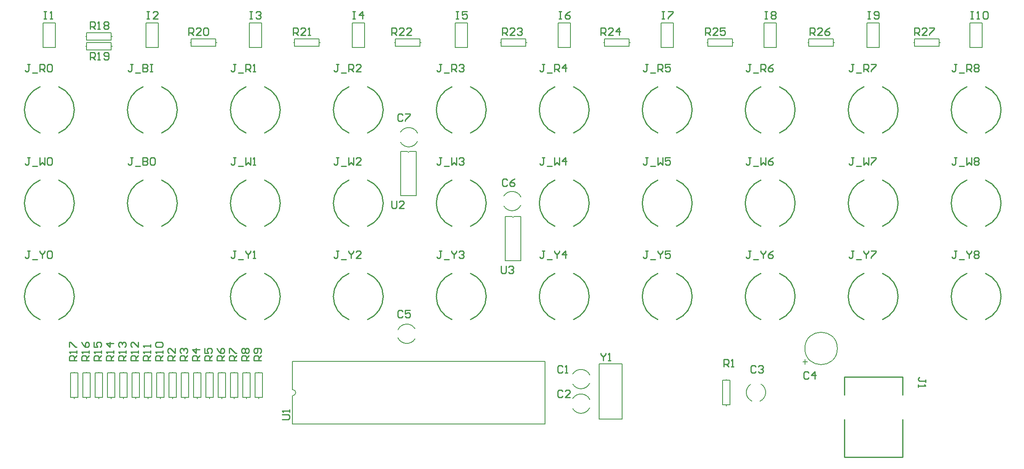
<source format=gto>
%FSLAX23Y23*%
%MOIN*%
G70*
G01*
G75*
%ADD10R,0.059X0.012*%
%ADD11O,0.059X0.012*%
%ADD12C,0.010*%
%ADD13C,0.250*%
%ADD14C,0.110*%
%ADD15C,0.130*%
%ADD16C,0.055*%
%ADD17R,0.059X0.059*%
%ADD18C,0.059*%
%ADD19R,0.053X0.053*%
%ADD20C,0.053*%
%ADD21C,0.047*%
%ADD22R,0.047X0.047*%
%ADD23R,0.059X0.059*%
%ADD24C,0.059*%
%ADD25C,0.065*%
%ADD26C,0.180*%
%ADD27C,0.050*%
%ADD28C,0.008*%
%ADD29C,0.006*%
D12*
X9226Y3655D02*
G03*
X9226Y4031I-76J188D01*
G01*
X9074D02*
G03*
X9074Y3655I76J-188D01*
G01*
X9226Y2135D02*
G03*
X9226Y2511I-76J188D01*
G01*
X9074D02*
G03*
X9074Y2135I76J-188D01*
G01*
X8389Y3655D02*
G03*
X8389Y4031I-76J188D01*
G01*
X8237D02*
G03*
X8237Y3655I76J-188D01*
G01*
X8389Y2135D02*
G03*
X8389Y2511I-76J188D01*
G01*
X8237D02*
G03*
X8237Y2135I76J-188D01*
G01*
X7552Y3655D02*
G03*
X7552Y4031I-76J188D01*
G01*
X7400D02*
G03*
X7400Y3655I76J-188D01*
G01*
X7552Y2135D02*
G03*
X7552Y2511I-76J188D01*
G01*
X7400D02*
G03*
X7400Y2135I76J-188D01*
G01*
X6715Y3655D02*
G03*
X6715Y4031I-76J188D01*
G01*
X6563D02*
G03*
X6563Y3655I76J-188D01*
G01*
X6715Y2135D02*
G03*
X6715Y2511I-76J188D01*
G01*
X6563D02*
G03*
X6563Y2135I76J-188D01*
G01*
X5878Y3655D02*
G03*
X5878Y4031I-76J188D01*
G01*
X5726D02*
G03*
X5726Y3655I76J-188D01*
G01*
X5878Y2135D02*
G03*
X5878Y2511I-76J188D01*
G01*
X5726D02*
G03*
X5726Y2135I76J-188D01*
G01*
X5041Y3655D02*
G03*
X5041Y4031I-76J188D01*
G01*
X4889D02*
G03*
X4889Y3655I76J-188D01*
G01*
X5041Y2135D02*
G03*
X5041Y2511I-76J188D01*
G01*
X4889D02*
G03*
X4889Y2135I76J-188D01*
G01*
X4204Y3655D02*
G03*
X4204Y4031I-76J188D01*
G01*
X4052D02*
G03*
X4052Y3655I76J-188D01*
G01*
X4204Y2135D02*
G03*
X4204Y2511I-76J188D01*
G01*
X4052D02*
G03*
X4052Y2135I76J-188D01*
G01*
X3367Y3655D02*
G03*
X3367Y4031I-76J188D01*
G01*
X3215D02*
G03*
X3215Y3655I76J-188D01*
G01*
X1693D02*
G03*
X1693Y4031I-76J188D01*
G01*
X1541D02*
G03*
X1541Y3655I76J-188D01*
G01*
X3367Y2135D02*
G03*
X3367Y2511I-76J188D01*
G01*
X3215D02*
G03*
X3215Y2135I76J-188D01*
G01*
X5878Y2895D02*
G03*
X5878Y3271I-76J188D01*
G01*
X5726D02*
G03*
X5726Y2895I76J-188D01*
G01*
X9226D02*
G03*
X9226Y3271I-76J188D01*
G01*
X9074D02*
G03*
X9074Y2895I76J-188D01*
G01*
X5041D02*
G03*
X5041Y3271I-76J188D01*
G01*
X4889D02*
G03*
X4889Y2895I76J-188D01*
G01*
X8389D02*
G03*
X8389Y3271I-76J188D01*
G01*
X8237D02*
G03*
X8237Y2895I76J-188D01*
G01*
X4204D02*
G03*
X4204Y3271I-76J188D01*
G01*
X4052D02*
G03*
X4052Y2895I76J-188D01*
G01*
X7552D02*
G03*
X7552Y3271I-76J188D01*
G01*
X7400D02*
G03*
X7400Y2895I76J-188D01*
G01*
X3367D02*
G03*
X3367Y3271I-76J188D01*
G01*
X3215D02*
G03*
X3215Y2895I76J-188D01*
G01*
X6715D02*
G03*
X6715Y3271I-76J188D01*
G01*
X6563D02*
G03*
X6563Y2895I76J-188D01*
G01*
X1693D02*
G03*
X1693Y3271I-76J188D01*
G01*
X1541D02*
G03*
X1541Y2895I76J-188D01*
G01*
X1693Y2135D02*
G03*
X1693Y2511I-76J188D01*
G01*
X1541D02*
G03*
X1541Y2135I76J-188D01*
G01*
X2530Y2895D02*
G03*
X2530Y3271I-76J188D01*
G01*
X2378D02*
G03*
X2378Y2895I76J-188D01*
G01*
X2530Y3655D02*
G03*
X2530Y4031I-76J188D01*
G01*
X2378D02*
G03*
X2378Y3655I76J-188D01*
G01*
X8080Y1014D02*
X8554D01*
Y1320D01*
X8080Y1014D02*
Y1320D01*
Y1668D02*
X8554D01*
X8080Y1520D02*
Y1668D01*
X8554Y1520D02*
Y1668D01*
X1950Y4500D02*
Y4560D01*
X1980D01*
X1990Y4550D01*
Y4530D01*
X1980Y4520D01*
X1950D01*
X1970D02*
X1990Y4500D01*
X2010D02*
X2030D01*
X2020D01*
Y4560D01*
X2010Y4550D01*
X2060D02*
X2070Y4560D01*
X2090D01*
X2100Y4550D01*
Y4540D01*
X2090Y4530D01*
X2100Y4520D01*
Y4510D01*
X2090Y4500D01*
X2070D01*
X2060Y4510D01*
Y4520D01*
X2070Y4530D01*
X2060Y4540D01*
Y4550D01*
X2070Y4530D02*
X2090D01*
X1573Y4644D02*
X1593D01*
X1583D01*
Y4584D01*
X1573D01*
X1593D01*
X1623D02*
X1643D01*
X1633D01*
Y4644D01*
X1623Y4634D01*
X1950Y4250D02*
Y4310D01*
X1980D01*
X1990Y4300D01*
Y4280D01*
X1980Y4270D01*
X1950D01*
X1970D02*
X1990Y4250D01*
X2010D02*
X2030D01*
X2020D01*
Y4310D01*
X2010Y4300D01*
X2060Y4260D02*
X2070Y4250D01*
X2090D01*
X2100Y4260D01*
Y4300D01*
X2090Y4310D01*
X2070D01*
X2060Y4300D01*
Y4290D01*
X2070Y4280D01*
X2100D01*
X2410Y4644D02*
X2430D01*
X2420D01*
Y4584D01*
X2410D01*
X2430D01*
X2500D02*
X2460D01*
X2500Y4624D01*
Y4634D01*
X2490Y4644D01*
X2470D01*
X2460Y4634D01*
X2750Y4450D02*
Y4510D01*
X2780D01*
X2790Y4500D01*
Y4480D01*
X2780Y4470D01*
X2750D01*
X2770D02*
X2790Y4450D01*
X2850D02*
X2810D01*
X2850Y4490D01*
Y4500D01*
X2840Y4510D01*
X2820D01*
X2810Y4500D01*
X2870D02*
X2880Y4510D01*
X2900D01*
X2910Y4500D01*
Y4460D01*
X2900Y4450D01*
X2880D01*
X2870Y4460D01*
Y4500D01*
X3247Y4644D02*
X3267D01*
X3257D01*
Y4584D01*
X3247D01*
X3267D01*
X3297Y4634D02*
X3307Y4644D01*
X3327D01*
X3337Y4634D01*
Y4624D01*
X3327Y4614D01*
X3317D01*
X3327D01*
X3337Y4604D01*
Y4594D01*
X3327Y4584D01*
X3307D01*
X3297Y4594D01*
X3600Y4450D02*
Y4510D01*
X3630D01*
X3640Y4500D01*
Y4480D01*
X3630Y4470D01*
X3600D01*
X3620D02*
X3640Y4450D01*
X3700D02*
X3660D01*
X3700Y4490D01*
Y4500D01*
X3690Y4510D01*
X3670D01*
X3660Y4500D01*
X3720Y4450D02*
X3740D01*
X3730D01*
Y4510D01*
X3720Y4500D01*
X4084Y4644D02*
X4104D01*
X4094D01*
Y4584D01*
X4084D01*
X4104D01*
X4164D02*
Y4644D01*
X4134Y4614D01*
X4174D01*
X4400Y4450D02*
Y4510D01*
X4430D01*
X4440Y4500D01*
Y4480D01*
X4430Y4470D01*
X4400D01*
X4420D02*
X4440Y4450D01*
X4500D02*
X4460D01*
X4500Y4490D01*
Y4500D01*
X4490Y4510D01*
X4470D01*
X4460Y4500D01*
X4560Y4450D02*
X4520D01*
X4560Y4490D01*
Y4500D01*
X4550Y4510D01*
X4530D01*
X4520Y4500D01*
X4921Y4644D02*
X4941D01*
X4931D01*
Y4584D01*
X4921D01*
X4941D01*
X5011Y4644D02*
X4971D01*
Y4614D01*
X4991Y4624D01*
X5001D01*
X5011Y4614D01*
Y4594D01*
X5001Y4584D01*
X4981D01*
X4971Y4594D01*
X5300Y4450D02*
Y4510D01*
X5330D01*
X5340Y4500D01*
Y4480D01*
X5330Y4470D01*
X5300D01*
X5320D02*
X5340Y4450D01*
X5400D02*
X5360D01*
X5400Y4490D01*
Y4500D01*
X5390Y4510D01*
X5370D01*
X5360Y4500D01*
X5420D02*
X5430Y4510D01*
X5450D01*
X5460Y4500D01*
Y4490D01*
X5450Y4480D01*
X5440D01*
X5450D01*
X5460Y4470D01*
Y4460D01*
X5450Y4450D01*
X5430D01*
X5420Y4460D01*
X5758Y4644D02*
X5778D01*
X5768D01*
Y4584D01*
X5758D01*
X5778D01*
X5848Y4644D02*
X5828Y4634D01*
X5808Y4614D01*
Y4594D01*
X5818Y4584D01*
X5838D01*
X5848Y4594D01*
Y4604D01*
X5838Y4614D01*
X5808D01*
X6100Y4450D02*
Y4510D01*
X6130D01*
X6140Y4500D01*
Y4480D01*
X6130Y4470D01*
X6100D01*
X6120D02*
X6140Y4450D01*
X6200D02*
X6160D01*
X6200Y4490D01*
Y4500D01*
X6190Y4510D01*
X6170D01*
X6160Y4500D01*
X6250Y4450D02*
Y4510D01*
X6220Y4480D01*
X6260D01*
X6595Y4644D02*
X6615D01*
X6605D01*
Y4584D01*
X6595D01*
X6615D01*
X6645Y4644D02*
X6685D01*
Y4634D01*
X6645Y4594D01*
Y4584D01*
X6950Y4450D02*
Y4510D01*
X6980D01*
X6990Y4500D01*
Y4480D01*
X6980Y4470D01*
X6950D01*
X6970D02*
X6990Y4450D01*
X7050D02*
X7010D01*
X7050Y4490D01*
Y4500D01*
X7040Y4510D01*
X7020D01*
X7010Y4500D01*
X7110Y4510D02*
X7070D01*
Y4480D01*
X7090Y4490D01*
X7100D01*
X7110Y4480D01*
Y4460D01*
X7100Y4450D01*
X7080D01*
X7070Y4460D01*
X7432Y4644D02*
X7452D01*
X7442D01*
Y4584D01*
X7432D01*
X7452D01*
X7482Y4634D02*
X7492Y4644D01*
X7512D01*
X7522Y4634D01*
Y4624D01*
X7512Y4614D01*
X7522Y4604D01*
Y4594D01*
X7512Y4584D01*
X7492D01*
X7482Y4594D01*
Y4604D01*
X7492Y4614D01*
X7482Y4624D01*
Y4634D01*
X7492Y4614D02*
X7512D01*
X7800Y4450D02*
Y4510D01*
X7830D01*
X7840Y4500D01*
Y4480D01*
X7830Y4470D01*
X7800D01*
X7820D02*
X7840Y4450D01*
X7900D02*
X7860D01*
X7900Y4490D01*
Y4500D01*
X7890Y4510D01*
X7870D01*
X7860Y4500D01*
X7960Y4510D02*
X7940Y4500D01*
X7920Y4480D01*
Y4460D01*
X7930Y4450D01*
X7950D01*
X7960Y4460D01*
Y4470D01*
X7950Y4480D01*
X7920D01*
X8269Y4644D02*
X8289D01*
X8279D01*
Y4584D01*
X8269D01*
X8289D01*
X8319Y4594D02*
X8329Y4584D01*
X8349D01*
X8359Y4594D01*
Y4634D01*
X8349Y4644D01*
X8329D01*
X8319Y4634D01*
Y4624D01*
X8329Y4614D01*
X8359D01*
X8650Y4450D02*
Y4510D01*
X8680D01*
X8690Y4500D01*
Y4480D01*
X8680Y4470D01*
X8650D01*
X8670D02*
X8690Y4450D01*
X8750D02*
X8710D01*
X8750Y4490D01*
Y4500D01*
X8740Y4510D01*
X8720D01*
X8710Y4500D01*
X8770Y4510D02*
X8810D01*
Y4500D01*
X8770Y4460D01*
Y4450D01*
X9106Y4644D02*
X9126D01*
X9116D01*
Y4584D01*
X9106D01*
X9126D01*
X9156D02*
X9176D01*
X9166D01*
Y4644D01*
X9156Y4634D01*
X9206D02*
X9216Y4644D01*
X9236D01*
X9246Y4634D01*
Y4594D01*
X9236Y4584D01*
X9216D01*
X9206Y4594D01*
Y4634D01*
X5790Y1750D02*
X5780Y1760D01*
X5760D01*
X5750Y1750D01*
Y1710D01*
X5760Y1700D01*
X5780D01*
X5790Y1710D01*
X5810Y1700D02*
X5830D01*
X5820D01*
Y1760D01*
X5810Y1750D01*
X6100Y1860D02*
Y1850D01*
X6120Y1830D01*
X6140Y1850D01*
Y1860D01*
X6120Y1830D02*
Y1800D01*
X6160D02*
X6180D01*
X6170D01*
Y1860D01*
X6160Y1850D01*
X5790Y1550D02*
X5780Y1560D01*
X5760D01*
X5750Y1550D01*
Y1510D01*
X5760Y1500D01*
X5780D01*
X5790Y1510D01*
X5850Y1500D02*
X5810D01*
X5850Y1540D01*
Y1550D01*
X5840Y1560D01*
X5820D01*
X5810Y1550D01*
X7100Y1750D02*
Y1810D01*
X7130D01*
X7140Y1800D01*
Y1780D01*
X7130Y1770D01*
X7100D01*
X7120D02*
X7140Y1750D01*
X7160D02*
X7180D01*
X7170D01*
Y1810D01*
X7160Y1800D01*
X7360Y1750D02*
X7350Y1760D01*
X7330D01*
X7320Y1750D01*
Y1710D01*
X7330Y1700D01*
X7350D01*
X7360Y1710D01*
X7380Y1750D02*
X7390Y1760D01*
X7410D01*
X7420Y1750D01*
Y1740D01*
X7410Y1730D01*
X7400D01*
X7410D01*
X7420Y1720D01*
Y1710D01*
X7410Y1700D01*
X7390D01*
X7380Y1710D01*
X7790Y1700D02*
X7780Y1710D01*
X7760D01*
X7750Y1700D01*
Y1660D01*
X7760Y1650D01*
X7780D01*
X7790Y1660D01*
X7840Y1650D02*
Y1710D01*
X7810Y1680D01*
X7850D01*
X4490Y3800D02*
X4480Y3810D01*
X4460D01*
X4450Y3800D01*
Y3760D01*
X4460Y3750D01*
X4480D01*
X4490Y3760D01*
X4510Y3810D02*
X4550D01*
Y3800D01*
X4510Y3760D01*
Y3750D01*
X5340Y3270D02*
X5330Y3280D01*
X5310D01*
X5300Y3270D01*
Y3230D01*
X5310Y3220D01*
X5330D01*
X5340Y3230D01*
X5400Y3280D02*
X5380Y3270D01*
X5360Y3250D01*
Y3230D01*
X5370Y3220D01*
X5390D01*
X5400Y3230D01*
Y3240D01*
X5390Y3250D01*
X5360D01*
X4490Y2200D02*
X4480Y2210D01*
X4460D01*
X4450Y2200D01*
Y2160D01*
X4460Y2150D01*
X4480D01*
X4490Y2160D01*
X4550Y2210D02*
X4510D01*
Y2180D01*
X4530Y2190D01*
X4540D01*
X4550Y2180D01*
Y2160D01*
X4540Y2150D01*
X4520D01*
X4510Y2160D01*
X3510Y1320D02*
X3560D01*
X3570Y1330D01*
Y1350D01*
X3560Y1360D01*
X3510D01*
X3570Y1380D02*
Y1400D01*
Y1390D01*
X3510D01*
X3520Y1380D01*
X8738Y1623D02*
Y1643D01*
Y1633D01*
X8688D01*
X8678Y1643D01*
Y1653D01*
X8688Y1663D01*
X8678Y1603D02*
Y1583D01*
Y1593D01*
X8738D01*
X8728Y1603D01*
X3133Y4215D02*
X3113D01*
X3123D01*
Y4165D01*
X3113Y4155D01*
X3103D01*
X3093Y4165D01*
X3153Y4145D02*
X3193D01*
X3213Y4155D02*
Y4215D01*
X3243D01*
X3253Y4205D01*
Y4185D01*
X3243Y4175D01*
X3213D01*
X3233D02*
X3253Y4155D01*
X3273D02*
X3293D01*
X3283D01*
Y4215D01*
X3273Y4205D01*
X3970Y4215D02*
X3950D01*
X3960D01*
Y4165D01*
X3950Y4155D01*
X3940D01*
X3930Y4165D01*
X3990Y4145D02*
X4030D01*
X4050Y4155D02*
Y4215D01*
X4080D01*
X4090Y4205D01*
Y4185D01*
X4080Y4175D01*
X4050D01*
X4070D02*
X4090Y4155D01*
X4150D02*
X4110D01*
X4150Y4195D01*
Y4205D01*
X4140Y4215D01*
X4120D01*
X4110Y4205D01*
X4807Y4215D02*
X4787D01*
X4797D01*
Y4165D01*
X4787Y4155D01*
X4777D01*
X4767Y4165D01*
X4827Y4145D02*
X4867D01*
X4887Y4155D02*
Y4215D01*
X4917D01*
X4927Y4205D01*
Y4185D01*
X4917Y4175D01*
X4887D01*
X4907D02*
X4927Y4155D01*
X4947Y4205D02*
X4957Y4215D01*
X4977D01*
X4987Y4205D01*
Y4195D01*
X4977Y4185D01*
X4967D01*
X4977D01*
X4987Y4175D01*
Y4165D01*
X4977Y4155D01*
X4957D01*
X4947Y4165D01*
X5644Y4215D02*
X5624D01*
X5634D01*
Y4165D01*
X5624Y4155D01*
X5614D01*
X5604Y4165D01*
X5664Y4145D02*
X5704D01*
X5724Y4155D02*
Y4215D01*
X5754D01*
X5764Y4205D01*
Y4185D01*
X5754Y4175D01*
X5724D01*
X5744D02*
X5764Y4155D01*
X5814D02*
Y4215D01*
X5784Y4185D01*
X5824D01*
X6481Y4215D02*
X6461D01*
X6471D01*
Y4165D01*
X6461Y4155D01*
X6451D01*
X6441Y4165D01*
X6501Y4145D02*
X6541D01*
X6561Y4155D02*
Y4215D01*
X6591D01*
X6601Y4205D01*
Y4185D01*
X6591Y4175D01*
X6561D01*
X6581D02*
X6601Y4155D01*
X6661Y4215D02*
X6621D01*
Y4185D01*
X6641Y4195D01*
X6651D01*
X6661Y4185D01*
Y4165D01*
X6651Y4155D01*
X6631D01*
X6621Y4165D01*
X7318Y4215D02*
X7298D01*
X7308D01*
Y4165D01*
X7298Y4155D01*
X7288D01*
X7278Y4165D01*
X7338Y4145D02*
X7378D01*
X7398Y4155D02*
Y4215D01*
X7428D01*
X7438Y4205D01*
Y4185D01*
X7428Y4175D01*
X7398D01*
X7418D02*
X7438Y4155D01*
X7498Y4215D02*
X7478Y4205D01*
X7458Y4185D01*
Y4165D01*
X7468Y4155D01*
X7488D01*
X7498Y4165D01*
Y4175D01*
X7488Y4185D01*
X7458D01*
X8155Y4215D02*
X8135D01*
X8145D01*
Y4165D01*
X8135Y4155D01*
X8125D01*
X8115Y4165D01*
X8175Y4145D02*
X8215D01*
X8235Y4155D02*
Y4215D01*
X8265D01*
X8275Y4205D01*
Y4185D01*
X8265Y4175D01*
X8235D01*
X8255D02*
X8275Y4155D01*
X8295Y4215D02*
X8335D01*
Y4205D01*
X8295Y4165D01*
Y4155D01*
X8992Y4215D02*
X8972D01*
X8982D01*
Y4165D01*
X8972Y4155D01*
X8962D01*
X8952Y4165D01*
X9012Y4145D02*
X9052D01*
X9072Y4155D02*
Y4215D01*
X9102D01*
X9112Y4205D01*
Y4185D01*
X9102Y4175D01*
X9072D01*
X9092D02*
X9112Y4155D01*
X9132Y4205D02*
X9142Y4215D01*
X9162D01*
X9172Y4205D01*
Y4195D01*
X9162Y4185D01*
X9172Y4175D01*
Y4165D01*
X9162Y4155D01*
X9142D01*
X9132Y4165D01*
Y4175D01*
X9142Y4185D01*
X9132Y4195D01*
Y4205D01*
X9142Y4185D02*
X9162D01*
X3133Y2695D02*
X3113D01*
X3123D01*
Y2645D01*
X3113Y2635D01*
X3103D01*
X3093Y2645D01*
X3153Y2625D02*
X3193D01*
X3213Y2695D02*
Y2685D01*
X3233Y2665D01*
X3253Y2685D01*
Y2695D01*
X3233Y2665D02*
Y2635D01*
X3273D02*
X3293D01*
X3283D01*
Y2695D01*
X3273Y2685D01*
X3970Y2695D02*
X3950D01*
X3960D01*
Y2645D01*
X3950Y2635D01*
X3940D01*
X3930Y2645D01*
X3990Y2625D02*
X4030D01*
X4050Y2695D02*
Y2685D01*
X4070Y2665D01*
X4090Y2685D01*
Y2695D01*
X4070Y2665D02*
Y2635D01*
X4150D02*
X4110D01*
X4150Y2675D01*
Y2685D01*
X4140Y2695D01*
X4120D01*
X4110Y2685D01*
X4807Y2695D02*
X4787D01*
X4797D01*
Y2645D01*
X4787Y2635D01*
X4777D01*
X4767Y2645D01*
X4827Y2625D02*
X4867D01*
X4887Y2695D02*
Y2685D01*
X4907Y2665D01*
X4927Y2685D01*
Y2695D01*
X4907Y2665D02*
Y2635D01*
X4947Y2685D02*
X4957Y2695D01*
X4977D01*
X4987Y2685D01*
Y2675D01*
X4977Y2665D01*
X4967D01*
X4977D01*
X4987Y2655D01*
Y2645D01*
X4977Y2635D01*
X4957D01*
X4947Y2645D01*
X5644Y2695D02*
X5624D01*
X5634D01*
Y2645D01*
X5624Y2635D01*
X5614D01*
X5604Y2645D01*
X5664Y2625D02*
X5704D01*
X5724Y2695D02*
Y2685D01*
X5744Y2665D01*
X5764Y2685D01*
Y2695D01*
X5744Y2665D02*
Y2635D01*
X5814D02*
Y2695D01*
X5784Y2665D01*
X5824D01*
X6481Y2695D02*
X6461D01*
X6471D01*
Y2645D01*
X6461Y2635D01*
X6451D01*
X6441Y2645D01*
X6501Y2625D02*
X6541D01*
X6561Y2695D02*
Y2685D01*
X6581Y2665D01*
X6601Y2685D01*
Y2695D01*
X6581Y2665D02*
Y2635D01*
X6661Y2695D02*
X6621D01*
Y2665D01*
X6641Y2675D01*
X6651D01*
X6661Y2665D01*
Y2645D01*
X6651Y2635D01*
X6631D01*
X6621Y2645D01*
X7318Y2695D02*
X7298D01*
X7308D01*
Y2645D01*
X7298Y2635D01*
X7288D01*
X7278Y2645D01*
X7338Y2625D02*
X7378D01*
X7398Y2695D02*
Y2685D01*
X7418Y2665D01*
X7438Y2685D01*
Y2695D01*
X7418Y2665D02*
Y2635D01*
X7498Y2695D02*
X7478Y2685D01*
X7458Y2665D01*
Y2645D01*
X7468Y2635D01*
X7488D01*
X7498Y2645D01*
Y2655D01*
X7488Y2665D01*
X7458D01*
X8155Y2695D02*
X8135D01*
X8145D01*
Y2645D01*
X8135Y2635D01*
X8125D01*
X8115Y2645D01*
X8175Y2625D02*
X8215D01*
X8235Y2695D02*
Y2685D01*
X8255Y2665D01*
X8275Y2685D01*
Y2695D01*
X8255Y2665D02*
Y2635D01*
X8295Y2695D02*
X8335D01*
Y2685D01*
X8295Y2645D01*
Y2635D01*
X8992Y2695D02*
X8972D01*
X8982D01*
Y2645D01*
X8972Y2635D01*
X8962D01*
X8952Y2645D01*
X9012Y2625D02*
X9052D01*
X9072Y2695D02*
Y2685D01*
X9092Y2665D01*
X9112Y2685D01*
Y2695D01*
X9092Y2665D02*
Y2635D01*
X9132Y2685D02*
X9142Y2695D01*
X9162D01*
X9172Y2685D01*
Y2675D01*
X9162Y2665D01*
X9172Y2655D01*
Y2645D01*
X9162Y2635D01*
X9142D01*
X9132Y2645D01*
Y2655D01*
X9142Y2665D01*
X9132Y2675D01*
Y2685D01*
X9142Y2665D02*
X9162D01*
X1459Y4215D02*
X1439D01*
X1449D01*
Y4165D01*
X1439Y4155D01*
X1429D01*
X1419Y4165D01*
X1479Y4145D02*
X1519D01*
X1539Y4155D02*
Y4215D01*
X1569D01*
X1579Y4205D01*
Y4185D01*
X1569Y4175D01*
X1539D01*
X1559D02*
X1579Y4155D01*
X1629Y4215D02*
X1609D01*
X1599Y4205D01*
Y4165D01*
X1609Y4155D01*
X1629D01*
X1639Y4165D01*
Y4205D01*
X1629Y4215D01*
X4400Y3100D02*
Y3050D01*
X4410Y3040D01*
X4430D01*
X4440Y3050D01*
Y3100D01*
X4500Y3040D02*
X4460D01*
X4500Y3080D01*
Y3090D01*
X4490Y3100D01*
X4470D01*
X4460Y3090D01*
X5290Y2570D02*
Y2520D01*
X5300Y2510D01*
X5320D01*
X5330Y2520D01*
Y2570D01*
X5350Y2560D02*
X5360Y2570D01*
X5380D01*
X5390Y2560D01*
Y2550D01*
X5380Y2540D01*
X5370D01*
X5380D01*
X5390Y2530D01*
Y2520D01*
X5380Y2510D01*
X5360D01*
X5350Y2520D01*
X3133Y3455D02*
X3113D01*
X3123D01*
Y3405D01*
X3113Y3395D01*
X3103D01*
X3093Y3405D01*
X3153Y3385D02*
X3193D01*
X3213Y3455D02*
Y3395D01*
X3233Y3415D01*
X3253Y3395D01*
Y3455D01*
X3273Y3395D02*
X3293D01*
X3283D01*
Y3455D01*
X3273Y3445D01*
X3970Y3455D02*
X3950D01*
X3960D01*
Y3405D01*
X3950Y3395D01*
X3940D01*
X3930Y3405D01*
X3990Y3385D02*
X4030D01*
X4050Y3455D02*
Y3395D01*
X4070Y3415D01*
X4090Y3395D01*
Y3455D01*
X4150Y3395D02*
X4110D01*
X4150Y3435D01*
Y3445D01*
X4140Y3455D01*
X4120D01*
X4110Y3445D01*
X4807Y3455D02*
X4787D01*
X4797D01*
Y3405D01*
X4787Y3395D01*
X4777D01*
X4767Y3405D01*
X4827Y3385D02*
X4867D01*
X4887Y3455D02*
Y3395D01*
X4907Y3415D01*
X4927Y3395D01*
Y3455D01*
X4947Y3445D02*
X4957Y3455D01*
X4977D01*
X4987Y3445D01*
Y3435D01*
X4977Y3425D01*
X4967D01*
X4977D01*
X4987Y3415D01*
Y3405D01*
X4977Y3395D01*
X4957D01*
X4947Y3405D01*
X5644Y3455D02*
X5624D01*
X5634D01*
Y3405D01*
X5624Y3395D01*
X5614D01*
X5604Y3405D01*
X5664Y3385D02*
X5704D01*
X5724Y3455D02*
Y3395D01*
X5744Y3415D01*
X5764Y3395D01*
Y3455D01*
X5814Y3395D02*
Y3455D01*
X5784Y3425D01*
X5824D01*
X6481Y3455D02*
X6461D01*
X6471D01*
Y3405D01*
X6461Y3395D01*
X6451D01*
X6441Y3405D01*
X6501Y3385D02*
X6541D01*
X6561Y3455D02*
Y3395D01*
X6581Y3415D01*
X6601Y3395D01*
Y3455D01*
X6661D02*
X6621D01*
Y3425D01*
X6641Y3435D01*
X6651D01*
X6661Y3425D01*
Y3405D01*
X6651Y3395D01*
X6631D01*
X6621Y3405D01*
X7318Y3455D02*
X7298D01*
X7308D01*
Y3405D01*
X7298Y3395D01*
X7288D01*
X7278Y3405D01*
X7338Y3385D02*
X7378D01*
X7398Y3455D02*
Y3395D01*
X7418Y3415D01*
X7438Y3395D01*
Y3455D01*
X7498D02*
X7478Y3445D01*
X7458Y3425D01*
Y3405D01*
X7468Y3395D01*
X7488D01*
X7498Y3405D01*
Y3415D01*
X7488Y3425D01*
X7458D01*
X8155Y3455D02*
X8135D01*
X8145D01*
Y3405D01*
X8135Y3395D01*
X8125D01*
X8115Y3405D01*
X8175Y3385D02*
X8215D01*
X8235Y3455D02*
Y3395D01*
X8255Y3415D01*
X8275Y3395D01*
Y3455D01*
X8295D02*
X8335D01*
Y3445D01*
X8295Y3405D01*
Y3395D01*
X8992Y3455D02*
X8972D01*
X8982D01*
Y3405D01*
X8972Y3395D01*
X8962D01*
X8952Y3405D01*
X9012Y3385D02*
X9052D01*
X9072Y3455D02*
Y3395D01*
X9092Y3415D01*
X9112Y3395D01*
Y3455D01*
X9132Y3445D02*
X9142Y3455D01*
X9162D01*
X9172Y3445D01*
Y3435D01*
X9162Y3425D01*
X9172Y3415D01*
Y3405D01*
X9162Y3395D01*
X9142D01*
X9132Y3405D01*
Y3415D01*
X9142Y3425D01*
X9132Y3435D01*
Y3445D01*
X9142Y3425D02*
X9162D01*
X1459Y3455D02*
X1439D01*
X1449D01*
Y3405D01*
X1439Y3395D01*
X1429D01*
X1419Y3405D01*
X1479Y3385D02*
X1519D01*
X1539Y3455D02*
Y3395D01*
X1559Y3415D01*
X1579Y3395D01*
Y3455D01*
X1629D02*
X1609D01*
X1599Y3445D01*
Y3405D01*
X1609Y3395D01*
X1629D01*
X1639Y3405D01*
Y3445D01*
X1629Y3455D01*
X1459Y2695D02*
X1439D01*
X1449D01*
Y2645D01*
X1439Y2635D01*
X1429D01*
X1419Y2645D01*
X1479Y2625D02*
X1519D01*
X1539Y2695D02*
Y2685D01*
X1559Y2665D01*
X1579Y2685D01*
Y2695D01*
X1559Y2665D02*
Y2635D01*
X1629Y2695D02*
X1609D01*
X1599Y2685D01*
Y2645D01*
X1609Y2635D01*
X1629D01*
X1639Y2645D01*
Y2685D01*
X1629Y2695D01*
X2296Y4215D02*
X2276D01*
X2286D01*
Y4165D01*
X2276Y4155D01*
X2266D01*
X2256Y4165D01*
X2316Y4145D02*
X2356D01*
X2376Y4215D02*
Y4155D01*
X2406D01*
X2416Y4165D01*
Y4175D01*
X2406Y4185D01*
X2376D01*
X2406D01*
X2416Y4195D01*
Y4205D01*
X2406Y4215D01*
X2376D01*
X2436D02*
X2456D01*
X2446D01*
Y4155D01*
X2436D01*
X2456D01*
X2296Y3455D02*
X2276D01*
X2286D01*
Y3405D01*
X2276Y3395D01*
X2266D01*
X2256Y3405D01*
X2316Y3385D02*
X2356D01*
X2376Y3455D02*
Y3395D01*
X2406D01*
X2416Y3405D01*
Y3415D01*
X2406Y3425D01*
X2376D01*
X2406D01*
X2416Y3435D01*
Y3445D01*
X2406Y3455D01*
X2376D01*
X2466D02*
X2446D01*
X2436Y3445D01*
Y3405D01*
X2446Y3395D01*
X2466D01*
X2476Y3405D01*
Y3445D01*
X2466Y3455D01*
X2640Y1800D02*
X2580D01*
Y1830D01*
X2590Y1840D01*
X2610D01*
X2620Y1830D01*
Y1800D01*
Y1820D02*
X2640Y1840D01*
Y1900D02*
Y1860D01*
X2600Y1900D01*
X2590D01*
X2580Y1890D01*
Y1870D01*
X2590Y1860D01*
X2740Y1800D02*
X2680D01*
Y1830D01*
X2690Y1840D01*
X2710D01*
X2720Y1830D01*
Y1800D01*
Y1820D02*
X2740Y1840D01*
X2690Y1860D02*
X2680Y1870D01*
Y1890D01*
X2690Y1900D01*
X2700D01*
X2710Y1890D01*
Y1880D01*
Y1890D01*
X2720Y1900D01*
X2730D01*
X2740Y1890D01*
Y1870D01*
X2730Y1860D01*
X2840Y1800D02*
X2780D01*
Y1830D01*
X2790Y1840D01*
X2810D01*
X2820Y1830D01*
Y1800D01*
Y1820D02*
X2840Y1840D01*
Y1890D02*
X2780D01*
X2810Y1860D01*
Y1900D01*
X2940Y1800D02*
X2880D01*
Y1830D01*
X2890Y1840D01*
X2910D01*
X2920Y1830D01*
Y1800D01*
Y1820D02*
X2940Y1840D01*
X2880Y1900D02*
Y1860D01*
X2910D01*
X2900Y1880D01*
Y1890D01*
X2910Y1900D01*
X2930D01*
X2940Y1890D01*
Y1870D01*
X2930Y1860D01*
X3040Y1800D02*
X2980D01*
Y1830D01*
X2990Y1840D01*
X3010D01*
X3020Y1830D01*
Y1800D01*
Y1820D02*
X3040Y1840D01*
X2980Y1900D02*
X2990Y1880D01*
X3010Y1860D01*
X3030D01*
X3040Y1870D01*
Y1890D01*
X3030Y1900D01*
X3020D01*
X3010Y1890D01*
Y1860D01*
X3140Y1800D02*
X3080D01*
Y1830D01*
X3090Y1840D01*
X3110D01*
X3120Y1830D01*
Y1800D01*
Y1820D02*
X3140Y1840D01*
X3080Y1860D02*
Y1900D01*
X3090D01*
X3130Y1860D01*
X3140D01*
X3240Y1800D02*
X3180D01*
Y1830D01*
X3190Y1840D01*
X3210D01*
X3220Y1830D01*
Y1800D01*
Y1820D02*
X3240Y1840D01*
X3190Y1860D02*
X3180Y1870D01*
Y1890D01*
X3190Y1900D01*
X3200D01*
X3210Y1890D01*
X3220Y1900D01*
X3230D01*
X3240Y1890D01*
Y1870D01*
X3230Y1860D01*
X3220D01*
X3210Y1870D01*
X3200Y1860D01*
X3190D01*
X3210Y1870D02*
Y1890D01*
X3340Y1800D02*
X3280D01*
Y1830D01*
X3290Y1840D01*
X3310D01*
X3320Y1830D01*
Y1800D01*
Y1820D02*
X3340Y1840D01*
X3330Y1860D02*
X3340Y1870D01*
Y1890D01*
X3330Y1900D01*
X3290D01*
X3280Y1890D01*
Y1870D01*
X3290Y1860D01*
X3300D01*
X3310Y1870D01*
Y1900D01*
X2540Y1800D02*
X2480D01*
Y1830D01*
X2490Y1840D01*
X2510D01*
X2520Y1830D01*
Y1800D01*
Y1820D02*
X2540Y1840D01*
Y1860D02*
Y1880D01*
Y1870D01*
X2480D01*
X2490Y1860D01*
Y1910D02*
X2480Y1920D01*
Y1940D01*
X2490Y1950D01*
X2530D01*
X2540Y1940D01*
Y1920D01*
X2530Y1910D01*
X2490D01*
X2440Y1800D02*
X2380D01*
Y1830D01*
X2390Y1840D01*
X2410D01*
X2420Y1830D01*
Y1800D01*
Y1820D02*
X2440Y1840D01*
Y1860D02*
Y1880D01*
Y1870D01*
X2380D01*
X2390Y1860D01*
X2440Y1910D02*
Y1930D01*
Y1920D01*
X2380D01*
X2390Y1910D01*
X2340Y1800D02*
X2280D01*
Y1830D01*
X2290Y1840D01*
X2310D01*
X2320Y1830D01*
Y1800D01*
Y1820D02*
X2340Y1840D01*
Y1860D02*
Y1880D01*
Y1870D01*
X2280D01*
X2290Y1860D01*
X2340Y1950D02*
Y1910D01*
X2300Y1950D01*
X2290D01*
X2280Y1940D01*
Y1920D01*
X2290Y1910D01*
X2240Y1800D02*
X2180D01*
Y1830D01*
X2190Y1840D01*
X2210D01*
X2220Y1830D01*
Y1800D01*
Y1820D02*
X2240Y1840D01*
Y1860D02*
Y1880D01*
Y1870D01*
X2180D01*
X2190Y1860D01*
Y1910D02*
X2180Y1920D01*
Y1940D01*
X2190Y1950D01*
X2200D01*
X2210Y1940D01*
Y1930D01*
Y1940D01*
X2220Y1950D01*
X2230D01*
X2240Y1940D01*
Y1920D01*
X2230Y1910D01*
X2140Y1800D02*
X2080D01*
Y1830D01*
X2090Y1840D01*
X2110D01*
X2120Y1830D01*
Y1800D01*
Y1820D02*
X2140Y1840D01*
Y1860D02*
Y1880D01*
Y1870D01*
X2080D01*
X2090Y1860D01*
X2140Y1940D02*
X2080D01*
X2110Y1910D01*
Y1950D01*
X2040Y1800D02*
X1980D01*
Y1830D01*
X1990Y1840D01*
X2010D01*
X2020Y1830D01*
Y1800D01*
Y1820D02*
X2040Y1840D01*
Y1860D02*
Y1880D01*
Y1870D01*
X1980D01*
X1990Y1860D01*
X1980Y1950D02*
Y1910D01*
X2010D01*
X2000Y1930D01*
Y1940D01*
X2010Y1950D01*
X2030D01*
X2040Y1940D01*
Y1920D01*
X2030Y1910D01*
X1940Y1800D02*
X1880D01*
Y1830D01*
X1890Y1840D01*
X1910D01*
X1920Y1830D01*
Y1800D01*
Y1820D02*
X1940Y1840D01*
Y1860D02*
Y1880D01*
Y1870D01*
X1880D01*
X1890Y1860D01*
X1880Y1950D02*
X1890Y1930D01*
X1910Y1910D01*
X1930D01*
X1940Y1920D01*
Y1940D01*
X1930Y1950D01*
X1920D01*
X1910Y1940D01*
Y1910D01*
X1840Y1800D02*
X1780D01*
Y1830D01*
X1790Y1840D01*
X1810D01*
X1820Y1830D01*
Y1800D01*
Y1820D02*
X1840Y1840D01*
Y1860D02*
Y1880D01*
Y1870D01*
X1780D01*
X1790Y1860D01*
X1780Y1910D02*
Y1950D01*
X1790D01*
X1830Y1910D01*
X1840D01*
D28*
X5872Y1608D02*
G03*
X6010Y1617I66J42D01*
G01*
Y1683D02*
G03*
X5872Y1692I-72J-33D01*
G01*
Y1408D02*
G03*
X6010Y1417I66J42D01*
G01*
Y1483D02*
G03*
X5872Y1492I-72J-33D01*
G01*
X7318Y1608D02*
G03*
X7327Y1470I42J-66D01*
G01*
X7393D02*
G03*
X7402Y1608I-33J72D01*
G01*
X8022Y1900D02*
G03*
X8022Y1900I-132J0D01*
G01*
X4472Y3578D02*
G03*
X4610Y3587I66J42D01*
G01*
Y3653D02*
G03*
X4472Y3662I-72J-33D01*
G01*
X5312Y3058D02*
G03*
X5450Y3067I66J42D01*
G01*
Y3133D02*
G03*
X5312Y3142I-72J-33D01*
G01*
X4588Y2062D02*
G03*
X4450Y2053I-66J-42D01*
G01*
Y1987D02*
G03*
X4588Y1978I72J33D01*
G01*
X3594Y1515D02*
G03*
X3594Y1565I0J25D01*
G01*
X4530Y3503D02*
G03*
X4543Y3503I6J0D01*
G01*
X5380Y2973D02*
G03*
X5393Y2973I6J0D01*
G01*
X1920Y4410D02*
Y4440D01*
Y4410D02*
X2120D01*
Y4470D01*
X1920D02*
X2120D01*
X1920Y4440D02*
Y4470D01*
X2120Y4440D02*
X2129D01*
X1911D02*
X1920D01*
X1567Y4550D02*
X1667D01*
Y4350D02*
Y4550D01*
X1567Y4350D02*
X1667D01*
X1567D02*
Y4550D01*
X1920Y4330D02*
Y4360D01*
Y4330D02*
X2120D01*
Y4390D01*
X1920D02*
X2120D01*
X1920Y4360D02*
Y4390D01*
X2120Y4360D02*
X2129D01*
X1911D02*
X1920D01*
X2404Y4550D02*
X2504D01*
Y4350D02*
Y4550D01*
X2404Y4350D02*
X2504D01*
X2404D02*
Y4550D01*
X2770Y4360D02*
Y4390D01*
Y4360D02*
X2970D01*
Y4420D01*
X2770D02*
X2970D01*
X2770Y4390D02*
Y4420D01*
X2970Y4390D02*
X2979D01*
X2761D02*
X2770D01*
X3241Y4550D02*
X3341D01*
Y4350D02*
Y4550D01*
X3241Y4350D02*
X3341D01*
X3241D02*
Y4550D01*
X3610Y4360D02*
Y4390D01*
Y4360D02*
X3810D01*
Y4420D01*
X3610D02*
X3810D01*
X3610Y4390D02*
Y4420D01*
X3810Y4390D02*
X3819D01*
X3601D02*
X3610D01*
X4078Y4550D02*
X4178D01*
Y4350D02*
Y4550D01*
X4078Y4350D02*
X4178D01*
X4078D02*
Y4550D01*
X4430Y4360D02*
Y4390D01*
Y4360D02*
X4630D01*
Y4420D01*
X4430D02*
X4630D01*
X4430Y4390D02*
Y4420D01*
X4630Y4390D02*
X4639D01*
X4421D02*
X4430D01*
X4915Y4550D02*
X5015D01*
Y4350D02*
Y4550D01*
X4915Y4350D02*
X5015D01*
X4915D02*
Y4550D01*
X5290Y4360D02*
Y4390D01*
Y4360D02*
X5490D01*
Y4420D01*
X5290D02*
X5490D01*
X5290Y4390D02*
Y4420D01*
X5490Y4390D02*
X5499D01*
X5281D02*
X5290D01*
X5752Y4550D02*
X5852D01*
Y4350D02*
Y4550D01*
X5752Y4350D02*
X5852D01*
X5752D02*
Y4550D01*
X6130Y4360D02*
Y4390D01*
Y4360D02*
X6330D01*
Y4420D01*
X6130D02*
X6330D01*
X6130Y4390D02*
Y4420D01*
X6330Y4390D02*
X6339D01*
X6121D02*
X6130D01*
X6589Y4550D02*
X6689D01*
Y4350D02*
Y4550D01*
X6589Y4350D02*
X6689D01*
X6589D02*
Y4550D01*
X6970Y4360D02*
Y4390D01*
Y4360D02*
X7170D01*
Y4420D01*
X6970D02*
X7170D01*
X6970Y4390D02*
Y4420D01*
X7170Y4390D02*
X7179D01*
X6961D02*
X6970D01*
X7426Y4550D02*
X7526D01*
Y4350D02*
Y4550D01*
X7426Y4350D02*
X7526D01*
X7426D02*
Y4550D01*
X7790Y4360D02*
Y4390D01*
Y4360D02*
X7990D01*
Y4420D01*
X7790D02*
X7990D01*
X7790Y4390D02*
Y4420D01*
X7990Y4390D02*
X7999D01*
X7781D02*
X7790D01*
X8263Y4550D02*
X8363D01*
Y4350D02*
Y4550D01*
X8263Y4350D02*
X8363D01*
X8263D02*
Y4550D01*
X8650Y4360D02*
Y4390D01*
Y4360D02*
X8850D01*
Y4420D01*
X8650D02*
X8850D01*
X8650Y4390D02*
Y4420D01*
X8850Y4390D02*
X8859D01*
X8641D02*
X8650D01*
X9100Y4550D02*
X9200D01*
Y4350D02*
Y4550D01*
X9100Y4350D02*
X9200D01*
X9100D02*
Y4550D01*
X6087Y1774D02*
X6273D01*
Y1326D02*
Y1774D01*
X6087Y1326D02*
X6273D01*
X6087D02*
Y1774D01*
X7090Y1640D02*
X7120D01*
X7090Y1440D02*
Y1640D01*
Y1440D02*
X7150D01*
Y1640D01*
X7120D02*
X7150D01*
X7120Y1431D02*
Y1440D01*
Y1640D02*
Y1649D01*
X3594Y1286D02*
Y1515D01*
Y1565D02*
Y1794D01*
X5646Y1286D02*
Y1794D01*
X3594Y1286D02*
X5646D01*
X3594Y1794D02*
X5646D01*
X4472Y3503D02*
X4530D01*
X4543D02*
X4600D01*
Y3145D02*
Y3503D01*
X4472Y3145D02*
X4600D01*
X4472D02*
Y3503D01*
X2620Y1491D02*
Y1500D01*
Y1700D02*
Y1709D01*
X2590Y1500D02*
X2620D01*
X2590D02*
Y1700D01*
X2650D01*
Y1500D02*
Y1700D01*
X2620Y1500D02*
X2650D01*
X2720Y1491D02*
Y1500D01*
Y1700D02*
Y1709D01*
X2690Y1500D02*
X2720D01*
X2690D02*
Y1700D01*
X2750D01*
Y1500D02*
Y1700D01*
X2720Y1500D02*
X2750D01*
X2820Y1491D02*
Y1500D01*
Y1700D02*
Y1709D01*
X2790Y1500D02*
X2820D01*
X2790D02*
Y1700D01*
X2850D01*
Y1500D02*
Y1700D01*
X2820Y1500D02*
X2850D01*
X2920Y1491D02*
Y1500D01*
Y1700D02*
Y1709D01*
X2890Y1500D02*
X2920D01*
X2890D02*
Y1700D01*
X2950D01*
Y1500D02*
Y1700D01*
X2920Y1500D02*
X2950D01*
X3020Y1491D02*
Y1500D01*
Y1700D02*
Y1709D01*
X2990Y1500D02*
X3020D01*
X2990D02*
Y1700D01*
X3050D01*
Y1500D02*
Y1700D01*
X3020Y1500D02*
X3050D01*
X3120Y1491D02*
Y1500D01*
Y1700D02*
Y1709D01*
X3090Y1500D02*
X3120D01*
X3090D02*
Y1700D01*
X3150D01*
Y1500D02*
Y1700D01*
X3120Y1500D02*
X3150D01*
X3220Y1491D02*
Y1500D01*
Y1700D02*
Y1709D01*
X3190Y1500D02*
X3220D01*
X3190D02*
Y1700D01*
X3250D01*
Y1500D02*
Y1700D01*
X3220Y1500D02*
X3250D01*
X3320Y1491D02*
Y1500D01*
Y1700D02*
Y1709D01*
X3290Y1500D02*
X3320D01*
X3290D02*
Y1700D01*
X3350D01*
Y1500D02*
Y1700D01*
X3320Y1500D02*
X3350D01*
X2520Y1700D02*
Y1709D01*
Y1491D02*
Y1500D01*
Y1700D02*
X2550D01*
Y1500D02*
Y1700D01*
X2490Y1500D02*
X2550D01*
X2490D02*
Y1700D01*
X2520D01*
X2420D02*
Y1709D01*
Y1491D02*
Y1500D01*
Y1700D02*
X2450D01*
Y1500D02*
Y1700D01*
X2390Y1500D02*
X2450D01*
X2390D02*
Y1700D01*
X2420D01*
X2320D02*
Y1709D01*
Y1491D02*
Y1500D01*
Y1700D02*
X2350D01*
Y1500D02*
Y1700D01*
X2290Y1500D02*
X2350D01*
X2290D02*
Y1700D01*
X2320D01*
X2220D02*
Y1709D01*
Y1491D02*
Y1500D01*
Y1700D02*
X2250D01*
Y1500D02*
Y1700D01*
X2190Y1500D02*
X2250D01*
X2190D02*
Y1700D01*
X2220D01*
X2120D02*
Y1709D01*
Y1491D02*
Y1500D01*
Y1700D02*
X2150D01*
Y1500D02*
Y1700D01*
X2090Y1500D02*
X2150D01*
X2090D02*
Y1700D01*
X2120D01*
X2020D02*
Y1709D01*
Y1491D02*
Y1500D01*
Y1700D02*
X2050D01*
Y1500D02*
Y1700D01*
X1990Y1500D02*
X2050D01*
X1990D02*
Y1700D01*
X2020D01*
X1920D02*
Y1709D01*
Y1491D02*
Y1500D01*
Y1700D02*
X1950D01*
Y1500D02*
Y1700D01*
X1890Y1500D02*
X1950D01*
X1890D02*
Y1700D01*
X1920D01*
X1820D02*
Y1709D01*
Y1491D02*
Y1500D01*
Y1700D02*
X1850D01*
Y1500D02*
Y1700D01*
X1790Y1500D02*
X1850D01*
X1790D02*
Y1700D01*
X1820D01*
X5322Y2615D02*
Y2973D01*
Y2615D02*
X5450D01*
Y2973D01*
X5393D02*
X5450D01*
X5322D02*
X5380D01*
D29*
X7780Y1790D02*
X7741D01*
X7760Y1771D02*
Y1810D01*
M02*

</source>
